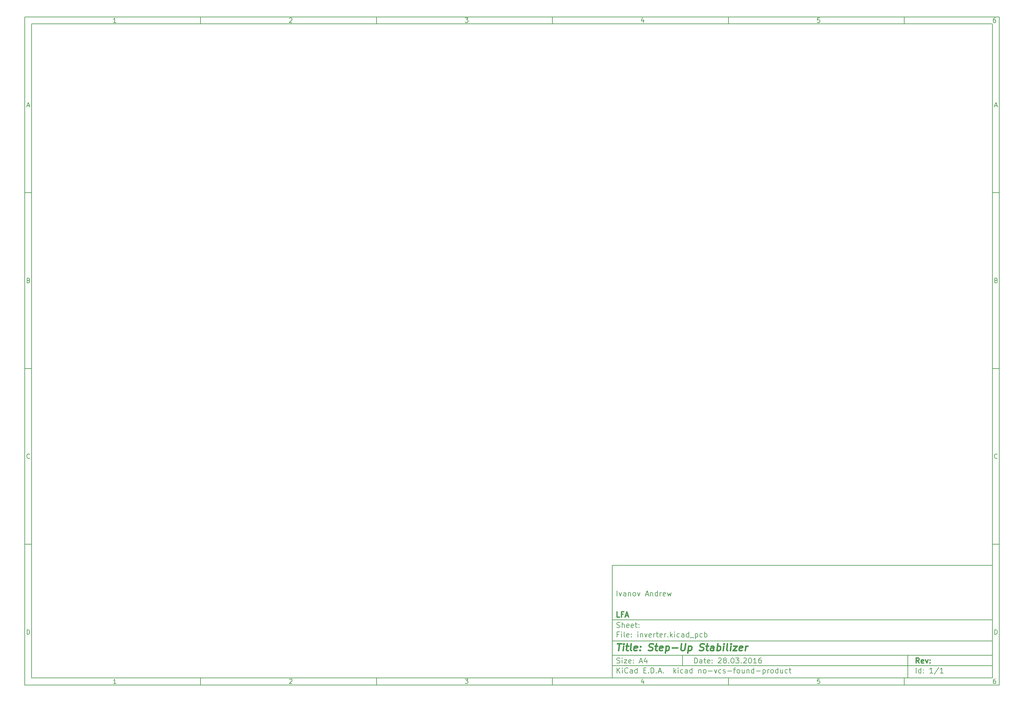
<source format=gbr>
G04 #@! TF.FileFunction,Other,User*
%FSLAX46Y46*%
G04 Gerber Fmt 4.6, Leading zero omitted, Abs format (unit mm)*
G04 Created by KiCad (PCBNEW no-vcs-found-product) date Вт 05 июл 2016 14:43:35*
%MOMM*%
G01*
G04 APERTURE LIST*
%ADD10C,0.100000*%
%ADD11C,0.150000*%
%ADD12C,0.300000*%
%ADD13C,0.400000*%
G04 APERTURE END LIST*
D10*
D11*
X177002200Y-166007200D02*
X177002200Y-198007200D01*
X285002200Y-198007200D01*
X285002200Y-166007200D01*
X177002200Y-166007200D01*
D10*
D11*
X10000000Y-10000000D02*
X10000000Y-200007200D01*
X287002200Y-200007200D01*
X287002200Y-10000000D01*
X10000000Y-10000000D01*
D10*
D11*
X12000000Y-12000000D02*
X12000000Y-198007200D01*
X285002200Y-198007200D01*
X285002200Y-12000000D01*
X12000000Y-12000000D01*
D10*
D11*
X60000000Y-12000000D02*
X60000000Y-10000000D01*
D10*
D11*
X110000000Y-12000000D02*
X110000000Y-10000000D01*
D10*
D11*
X160000000Y-12000000D02*
X160000000Y-10000000D01*
D10*
D11*
X210000000Y-12000000D02*
X210000000Y-10000000D01*
D10*
D11*
X260000000Y-12000000D02*
X260000000Y-10000000D01*
D10*
D11*
X35990476Y-11588095D02*
X35247619Y-11588095D01*
X35619048Y-11588095D02*
X35619048Y-10288095D01*
X35495238Y-10473810D01*
X35371429Y-10597619D01*
X35247619Y-10659524D01*
D10*
D11*
X85247619Y-10411905D02*
X85309524Y-10350000D01*
X85433333Y-10288095D01*
X85742857Y-10288095D01*
X85866667Y-10350000D01*
X85928571Y-10411905D01*
X85990476Y-10535714D01*
X85990476Y-10659524D01*
X85928571Y-10845238D01*
X85185714Y-11588095D01*
X85990476Y-11588095D01*
D10*
D11*
X135185714Y-10288095D02*
X135990476Y-10288095D01*
X135557143Y-10783333D01*
X135742857Y-10783333D01*
X135866667Y-10845238D01*
X135928571Y-10907143D01*
X135990476Y-11030952D01*
X135990476Y-11340476D01*
X135928571Y-11464286D01*
X135866667Y-11526190D01*
X135742857Y-11588095D01*
X135371429Y-11588095D01*
X135247619Y-11526190D01*
X135185714Y-11464286D01*
D10*
D11*
X185866667Y-10721429D02*
X185866667Y-11588095D01*
X185557143Y-10226190D02*
X185247619Y-11154762D01*
X186052381Y-11154762D01*
D10*
D11*
X235928571Y-10288095D02*
X235309524Y-10288095D01*
X235247619Y-10907143D01*
X235309524Y-10845238D01*
X235433333Y-10783333D01*
X235742857Y-10783333D01*
X235866667Y-10845238D01*
X235928571Y-10907143D01*
X235990476Y-11030952D01*
X235990476Y-11340476D01*
X235928571Y-11464286D01*
X235866667Y-11526190D01*
X235742857Y-11588095D01*
X235433333Y-11588095D01*
X235309524Y-11526190D01*
X235247619Y-11464286D01*
D10*
D11*
X285866667Y-10288095D02*
X285619048Y-10288095D01*
X285495238Y-10350000D01*
X285433333Y-10411905D01*
X285309524Y-10597619D01*
X285247619Y-10845238D01*
X285247619Y-11340476D01*
X285309524Y-11464286D01*
X285371429Y-11526190D01*
X285495238Y-11588095D01*
X285742857Y-11588095D01*
X285866667Y-11526190D01*
X285928571Y-11464286D01*
X285990476Y-11340476D01*
X285990476Y-11030952D01*
X285928571Y-10907143D01*
X285866667Y-10845238D01*
X285742857Y-10783333D01*
X285495238Y-10783333D01*
X285371429Y-10845238D01*
X285309524Y-10907143D01*
X285247619Y-11030952D01*
D10*
D11*
X60000000Y-198007200D02*
X60000000Y-200007200D01*
D10*
D11*
X110000000Y-198007200D02*
X110000000Y-200007200D01*
D10*
D11*
X160000000Y-198007200D02*
X160000000Y-200007200D01*
D10*
D11*
X210000000Y-198007200D02*
X210000000Y-200007200D01*
D10*
D11*
X260000000Y-198007200D02*
X260000000Y-200007200D01*
D10*
D11*
X35990476Y-199595295D02*
X35247619Y-199595295D01*
X35619048Y-199595295D02*
X35619048Y-198295295D01*
X35495238Y-198481010D01*
X35371429Y-198604819D01*
X35247619Y-198666724D01*
D10*
D11*
X85247619Y-198419105D02*
X85309524Y-198357200D01*
X85433333Y-198295295D01*
X85742857Y-198295295D01*
X85866667Y-198357200D01*
X85928571Y-198419105D01*
X85990476Y-198542914D01*
X85990476Y-198666724D01*
X85928571Y-198852438D01*
X85185714Y-199595295D01*
X85990476Y-199595295D01*
D10*
D11*
X135185714Y-198295295D02*
X135990476Y-198295295D01*
X135557143Y-198790533D01*
X135742857Y-198790533D01*
X135866667Y-198852438D01*
X135928571Y-198914343D01*
X135990476Y-199038152D01*
X135990476Y-199347676D01*
X135928571Y-199471486D01*
X135866667Y-199533390D01*
X135742857Y-199595295D01*
X135371429Y-199595295D01*
X135247619Y-199533390D01*
X135185714Y-199471486D01*
D10*
D11*
X185866667Y-198728629D02*
X185866667Y-199595295D01*
X185557143Y-198233390D02*
X185247619Y-199161962D01*
X186052381Y-199161962D01*
D10*
D11*
X235928571Y-198295295D02*
X235309524Y-198295295D01*
X235247619Y-198914343D01*
X235309524Y-198852438D01*
X235433333Y-198790533D01*
X235742857Y-198790533D01*
X235866667Y-198852438D01*
X235928571Y-198914343D01*
X235990476Y-199038152D01*
X235990476Y-199347676D01*
X235928571Y-199471486D01*
X235866667Y-199533390D01*
X235742857Y-199595295D01*
X235433333Y-199595295D01*
X235309524Y-199533390D01*
X235247619Y-199471486D01*
D10*
D11*
X285866667Y-198295295D02*
X285619048Y-198295295D01*
X285495238Y-198357200D01*
X285433333Y-198419105D01*
X285309524Y-198604819D01*
X285247619Y-198852438D01*
X285247619Y-199347676D01*
X285309524Y-199471486D01*
X285371429Y-199533390D01*
X285495238Y-199595295D01*
X285742857Y-199595295D01*
X285866667Y-199533390D01*
X285928571Y-199471486D01*
X285990476Y-199347676D01*
X285990476Y-199038152D01*
X285928571Y-198914343D01*
X285866667Y-198852438D01*
X285742857Y-198790533D01*
X285495238Y-198790533D01*
X285371429Y-198852438D01*
X285309524Y-198914343D01*
X285247619Y-199038152D01*
D10*
D11*
X10000000Y-60000000D02*
X12000000Y-60000000D01*
D10*
D11*
X10000000Y-110000000D02*
X12000000Y-110000000D01*
D10*
D11*
X10000000Y-160000000D02*
X12000000Y-160000000D01*
D10*
D11*
X10690476Y-35216667D02*
X11309524Y-35216667D01*
X10566667Y-35588095D02*
X11000000Y-34288095D01*
X11433333Y-35588095D01*
D10*
D11*
X11092857Y-84907143D02*
X11278571Y-84969048D01*
X11340476Y-85030952D01*
X11402381Y-85154762D01*
X11402381Y-85340476D01*
X11340476Y-85464286D01*
X11278571Y-85526190D01*
X11154762Y-85588095D01*
X10659524Y-85588095D01*
X10659524Y-84288095D01*
X11092857Y-84288095D01*
X11216667Y-84350000D01*
X11278571Y-84411905D01*
X11340476Y-84535714D01*
X11340476Y-84659524D01*
X11278571Y-84783333D01*
X11216667Y-84845238D01*
X11092857Y-84907143D01*
X10659524Y-84907143D01*
D10*
D11*
X11402381Y-135464286D02*
X11340476Y-135526190D01*
X11154762Y-135588095D01*
X11030952Y-135588095D01*
X10845238Y-135526190D01*
X10721429Y-135402381D01*
X10659524Y-135278571D01*
X10597619Y-135030952D01*
X10597619Y-134845238D01*
X10659524Y-134597619D01*
X10721429Y-134473810D01*
X10845238Y-134350000D01*
X11030952Y-134288095D01*
X11154762Y-134288095D01*
X11340476Y-134350000D01*
X11402381Y-134411905D01*
D10*
D11*
X10659524Y-185588095D02*
X10659524Y-184288095D01*
X10969048Y-184288095D01*
X11154762Y-184350000D01*
X11278571Y-184473810D01*
X11340476Y-184597619D01*
X11402381Y-184845238D01*
X11402381Y-185030952D01*
X11340476Y-185278571D01*
X11278571Y-185402381D01*
X11154762Y-185526190D01*
X10969048Y-185588095D01*
X10659524Y-185588095D01*
D10*
D11*
X287002200Y-60000000D02*
X285002200Y-60000000D01*
D10*
D11*
X287002200Y-110000000D02*
X285002200Y-110000000D01*
D10*
D11*
X287002200Y-160000000D02*
X285002200Y-160000000D01*
D10*
D11*
X285692676Y-35216667D02*
X286311724Y-35216667D01*
X285568867Y-35588095D02*
X286002200Y-34288095D01*
X286435533Y-35588095D01*
D10*
D11*
X286095057Y-84907143D02*
X286280771Y-84969048D01*
X286342676Y-85030952D01*
X286404581Y-85154762D01*
X286404581Y-85340476D01*
X286342676Y-85464286D01*
X286280771Y-85526190D01*
X286156962Y-85588095D01*
X285661724Y-85588095D01*
X285661724Y-84288095D01*
X286095057Y-84288095D01*
X286218867Y-84350000D01*
X286280771Y-84411905D01*
X286342676Y-84535714D01*
X286342676Y-84659524D01*
X286280771Y-84783333D01*
X286218867Y-84845238D01*
X286095057Y-84907143D01*
X285661724Y-84907143D01*
D10*
D11*
X286404581Y-135464286D02*
X286342676Y-135526190D01*
X286156962Y-135588095D01*
X286033152Y-135588095D01*
X285847438Y-135526190D01*
X285723629Y-135402381D01*
X285661724Y-135278571D01*
X285599819Y-135030952D01*
X285599819Y-134845238D01*
X285661724Y-134597619D01*
X285723629Y-134473810D01*
X285847438Y-134350000D01*
X286033152Y-134288095D01*
X286156962Y-134288095D01*
X286342676Y-134350000D01*
X286404581Y-134411905D01*
D10*
D11*
X285661724Y-185588095D02*
X285661724Y-184288095D01*
X285971248Y-184288095D01*
X286156962Y-184350000D01*
X286280771Y-184473810D01*
X286342676Y-184597619D01*
X286404581Y-184845238D01*
X286404581Y-185030952D01*
X286342676Y-185278571D01*
X286280771Y-185402381D01*
X286156962Y-185526190D01*
X285971248Y-185588095D01*
X285661724Y-185588095D01*
D10*
D11*
X200359343Y-193785771D02*
X200359343Y-192285771D01*
X200716486Y-192285771D01*
X200930771Y-192357200D01*
X201073629Y-192500057D01*
X201145057Y-192642914D01*
X201216486Y-192928629D01*
X201216486Y-193142914D01*
X201145057Y-193428629D01*
X201073629Y-193571486D01*
X200930771Y-193714343D01*
X200716486Y-193785771D01*
X200359343Y-193785771D01*
X202502200Y-193785771D02*
X202502200Y-193000057D01*
X202430771Y-192857200D01*
X202287914Y-192785771D01*
X202002200Y-192785771D01*
X201859343Y-192857200D01*
X202502200Y-193714343D02*
X202359343Y-193785771D01*
X202002200Y-193785771D01*
X201859343Y-193714343D01*
X201787914Y-193571486D01*
X201787914Y-193428629D01*
X201859343Y-193285771D01*
X202002200Y-193214343D01*
X202359343Y-193214343D01*
X202502200Y-193142914D01*
X203002200Y-192785771D02*
X203573629Y-192785771D01*
X203216486Y-192285771D02*
X203216486Y-193571486D01*
X203287914Y-193714343D01*
X203430772Y-193785771D01*
X203573629Y-193785771D01*
X204645057Y-193714343D02*
X204502200Y-193785771D01*
X204216486Y-193785771D01*
X204073629Y-193714343D01*
X204002200Y-193571486D01*
X204002200Y-193000057D01*
X204073629Y-192857200D01*
X204216486Y-192785771D01*
X204502200Y-192785771D01*
X204645057Y-192857200D01*
X204716486Y-193000057D01*
X204716486Y-193142914D01*
X204002200Y-193285771D01*
X205359343Y-193642914D02*
X205430771Y-193714343D01*
X205359343Y-193785771D01*
X205287914Y-193714343D01*
X205359343Y-193642914D01*
X205359343Y-193785771D01*
X205359343Y-192857200D02*
X205430771Y-192928629D01*
X205359343Y-193000057D01*
X205287914Y-192928629D01*
X205359343Y-192857200D01*
X205359343Y-193000057D01*
X207145057Y-192428629D02*
X207216486Y-192357200D01*
X207359343Y-192285771D01*
X207716486Y-192285771D01*
X207859343Y-192357200D01*
X207930772Y-192428629D01*
X208002200Y-192571486D01*
X208002200Y-192714343D01*
X207930772Y-192928629D01*
X207073629Y-193785771D01*
X208002200Y-193785771D01*
X208859343Y-192928629D02*
X208716485Y-192857200D01*
X208645057Y-192785771D01*
X208573628Y-192642914D01*
X208573628Y-192571486D01*
X208645057Y-192428629D01*
X208716485Y-192357200D01*
X208859343Y-192285771D01*
X209145057Y-192285771D01*
X209287914Y-192357200D01*
X209359343Y-192428629D01*
X209430771Y-192571486D01*
X209430771Y-192642914D01*
X209359343Y-192785771D01*
X209287914Y-192857200D01*
X209145057Y-192928629D01*
X208859343Y-192928629D01*
X208716485Y-193000057D01*
X208645057Y-193071486D01*
X208573628Y-193214343D01*
X208573628Y-193500057D01*
X208645057Y-193642914D01*
X208716485Y-193714343D01*
X208859343Y-193785771D01*
X209145057Y-193785771D01*
X209287914Y-193714343D01*
X209359343Y-193642914D01*
X209430771Y-193500057D01*
X209430771Y-193214343D01*
X209359343Y-193071486D01*
X209287914Y-193000057D01*
X209145057Y-192928629D01*
X210073628Y-193642914D02*
X210145056Y-193714343D01*
X210073628Y-193785771D01*
X210002199Y-193714343D01*
X210073628Y-193642914D01*
X210073628Y-193785771D01*
X211073628Y-192285771D02*
X211216485Y-192285771D01*
X211359342Y-192357200D01*
X211430771Y-192428629D01*
X211502200Y-192571486D01*
X211573628Y-192857200D01*
X211573628Y-193214343D01*
X211502200Y-193500057D01*
X211430771Y-193642914D01*
X211359342Y-193714343D01*
X211216485Y-193785771D01*
X211073628Y-193785771D01*
X210930771Y-193714343D01*
X210859342Y-193642914D01*
X210787914Y-193500057D01*
X210716485Y-193214343D01*
X210716485Y-192857200D01*
X210787914Y-192571486D01*
X210859342Y-192428629D01*
X210930771Y-192357200D01*
X211073628Y-192285771D01*
X212073628Y-192285771D02*
X213002199Y-192285771D01*
X212502199Y-192857200D01*
X212716485Y-192857200D01*
X212859342Y-192928629D01*
X212930771Y-193000057D01*
X213002199Y-193142914D01*
X213002199Y-193500057D01*
X212930771Y-193642914D01*
X212859342Y-193714343D01*
X212716485Y-193785771D01*
X212287913Y-193785771D01*
X212145056Y-193714343D01*
X212073628Y-193642914D01*
X213645056Y-193642914D02*
X213716484Y-193714343D01*
X213645056Y-193785771D01*
X213573627Y-193714343D01*
X213645056Y-193642914D01*
X213645056Y-193785771D01*
X214287913Y-192428629D02*
X214359342Y-192357200D01*
X214502199Y-192285771D01*
X214859342Y-192285771D01*
X215002199Y-192357200D01*
X215073628Y-192428629D01*
X215145056Y-192571486D01*
X215145056Y-192714343D01*
X215073628Y-192928629D01*
X214216485Y-193785771D01*
X215145056Y-193785771D01*
X216073627Y-192285771D02*
X216216484Y-192285771D01*
X216359341Y-192357200D01*
X216430770Y-192428629D01*
X216502199Y-192571486D01*
X216573627Y-192857200D01*
X216573627Y-193214343D01*
X216502199Y-193500057D01*
X216430770Y-193642914D01*
X216359341Y-193714343D01*
X216216484Y-193785771D01*
X216073627Y-193785771D01*
X215930770Y-193714343D01*
X215859341Y-193642914D01*
X215787913Y-193500057D01*
X215716484Y-193214343D01*
X215716484Y-192857200D01*
X215787913Y-192571486D01*
X215859341Y-192428629D01*
X215930770Y-192357200D01*
X216073627Y-192285771D01*
X218002198Y-193785771D02*
X217145055Y-193785771D01*
X217573627Y-193785771D02*
X217573627Y-192285771D01*
X217430770Y-192500057D01*
X217287912Y-192642914D01*
X217145055Y-192714343D01*
X219287912Y-192285771D02*
X219002198Y-192285771D01*
X218859341Y-192357200D01*
X218787912Y-192428629D01*
X218645055Y-192642914D01*
X218573626Y-192928629D01*
X218573626Y-193500057D01*
X218645055Y-193642914D01*
X218716483Y-193714343D01*
X218859341Y-193785771D01*
X219145055Y-193785771D01*
X219287912Y-193714343D01*
X219359341Y-193642914D01*
X219430769Y-193500057D01*
X219430769Y-193142914D01*
X219359341Y-193000057D01*
X219287912Y-192928629D01*
X219145055Y-192857200D01*
X218859341Y-192857200D01*
X218716483Y-192928629D01*
X218645055Y-193000057D01*
X218573626Y-193142914D01*
D10*
D11*
X177002200Y-194507200D02*
X285002200Y-194507200D01*
D10*
D11*
X178359343Y-196585771D02*
X178359343Y-195085771D01*
X179216486Y-196585771D02*
X178573629Y-195728629D01*
X179216486Y-195085771D02*
X178359343Y-195942914D01*
X179859343Y-196585771D02*
X179859343Y-195585771D01*
X179859343Y-195085771D02*
X179787914Y-195157200D01*
X179859343Y-195228629D01*
X179930771Y-195157200D01*
X179859343Y-195085771D01*
X179859343Y-195228629D01*
X181430772Y-196442914D02*
X181359343Y-196514343D01*
X181145057Y-196585771D01*
X181002200Y-196585771D01*
X180787915Y-196514343D01*
X180645057Y-196371486D01*
X180573629Y-196228629D01*
X180502200Y-195942914D01*
X180502200Y-195728629D01*
X180573629Y-195442914D01*
X180645057Y-195300057D01*
X180787915Y-195157200D01*
X181002200Y-195085771D01*
X181145057Y-195085771D01*
X181359343Y-195157200D01*
X181430772Y-195228629D01*
X182716486Y-196585771D02*
X182716486Y-195800057D01*
X182645057Y-195657200D01*
X182502200Y-195585771D01*
X182216486Y-195585771D01*
X182073629Y-195657200D01*
X182716486Y-196514343D02*
X182573629Y-196585771D01*
X182216486Y-196585771D01*
X182073629Y-196514343D01*
X182002200Y-196371486D01*
X182002200Y-196228629D01*
X182073629Y-196085771D01*
X182216486Y-196014343D01*
X182573629Y-196014343D01*
X182716486Y-195942914D01*
X184073629Y-196585771D02*
X184073629Y-195085771D01*
X184073629Y-196514343D02*
X183930772Y-196585771D01*
X183645058Y-196585771D01*
X183502200Y-196514343D01*
X183430772Y-196442914D01*
X183359343Y-196300057D01*
X183359343Y-195871486D01*
X183430772Y-195728629D01*
X183502200Y-195657200D01*
X183645058Y-195585771D01*
X183930772Y-195585771D01*
X184073629Y-195657200D01*
X185930772Y-195800057D02*
X186430772Y-195800057D01*
X186645058Y-196585771D02*
X185930772Y-196585771D01*
X185930772Y-195085771D01*
X186645058Y-195085771D01*
X187287915Y-196442914D02*
X187359343Y-196514343D01*
X187287915Y-196585771D01*
X187216486Y-196514343D01*
X187287915Y-196442914D01*
X187287915Y-196585771D01*
X188002201Y-196585771D02*
X188002201Y-195085771D01*
X188359344Y-195085771D01*
X188573629Y-195157200D01*
X188716487Y-195300057D01*
X188787915Y-195442914D01*
X188859344Y-195728629D01*
X188859344Y-195942914D01*
X188787915Y-196228629D01*
X188716487Y-196371486D01*
X188573629Y-196514343D01*
X188359344Y-196585771D01*
X188002201Y-196585771D01*
X189502201Y-196442914D02*
X189573629Y-196514343D01*
X189502201Y-196585771D01*
X189430772Y-196514343D01*
X189502201Y-196442914D01*
X189502201Y-196585771D01*
X190145058Y-196157200D02*
X190859344Y-196157200D01*
X190002201Y-196585771D02*
X190502201Y-195085771D01*
X191002201Y-196585771D01*
X191502201Y-196442914D02*
X191573629Y-196514343D01*
X191502201Y-196585771D01*
X191430772Y-196514343D01*
X191502201Y-196442914D01*
X191502201Y-196585771D01*
X194502201Y-196585771D02*
X194502201Y-195085771D01*
X194645058Y-196014343D02*
X195073629Y-196585771D01*
X195073629Y-195585771D02*
X194502201Y-196157200D01*
X195716487Y-196585771D02*
X195716487Y-195585771D01*
X195716487Y-195085771D02*
X195645058Y-195157200D01*
X195716487Y-195228629D01*
X195787915Y-195157200D01*
X195716487Y-195085771D01*
X195716487Y-195228629D01*
X197073630Y-196514343D02*
X196930773Y-196585771D01*
X196645059Y-196585771D01*
X196502201Y-196514343D01*
X196430773Y-196442914D01*
X196359344Y-196300057D01*
X196359344Y-195871486D01*
X196430773Y-195728629D01*
X196502201Y-195657200D01*
X196645059Y-195585771D01*
X196930773Y-195585771D01*
X197073630Y-195657200D01*
X198359344Y-196585771D02*
X198359344Y-195800057D01*
X198287915Y-195657200D01*
X198145058Y-195585771D01*
X197859344Y-195585771D01*
X197716487Y-195657200D01*
X198359344Y-196514343D02*
X198216487Y-196585771D01*
X197859344Y-196585771D01*
X197716487Y-196514343D01*
X197645058Y-196371486D01*
X197645058Y-196228629D01*
X197716487Y-196085771D01*
X197859344Y-196014343D01*
X198216487Y-196014343D01*
X198359344Y-195942914D01*
X199716487Y-196585771D02*
X199716487Y-195085771D01*
X199716487Y-196514343D02*
X199573630Y-196585771D01*
X199287916Y-196585771D01*
X199145058Y-196514343D01*
X199073630Y-196442914D01*
X199002201Y-196300057D01*
X199002201Y-195871486D01*
X199073630Y-195728629D01*
X199145058Y-195657200D01*
X199287916Y-195585771D01*
X199573630Y-195585771D01*
X199716487Y-195657200D01*
X201573630Y-195585771D02*
X201573630Y-196585771D01*
X201573630Y-195728629D02*
X201645058Y-195657200D01*
X201787916Y-195585771D01*
X202002201Y-195585771D01*
X202145058Y-195657200D01*
X202216487Y-195800057D01*
X202216487Y-196585771D01*
X203145059Y-196585771D02*
X203002201Y-196514343D01*
X202930773Y-196442914D01*
X202859344Y-196300057D01*
X202859344Y-195871486D01*
X202930773Y-195728629D01*
X203002201Y-195657200D01*
X203145059Y-195585771D01*
X203359344Y-195585771D01*
X203502201Y-195657200D01*
X203573630Y-195728629D01*
X203645059Y-195871486D01*
X203645059Y-196300057D01*
X203573630Y-196442914D01*
X203502201Y-196514343D01*
X203359344Y-196585771D01*
X203145059Y-196585771D01*
X204287916Y-196014343D02*
X205430773Y-196014343D01*
X206002202Y-195585771D02*
X206359345Y-196585771D01*
X206716487Y-195585771D01*
X207930773Y-196514343D02*
X207787916Y-196585771D01*
X207502202Y-196585771D01*
X207359344Y-196514343D01*
X207287916Y-196442914D01*
X207216487Y-196300057D01*
X207216487Y-195871486D01*
X207287916Y-195728629D01*
X207359344Y-195657200D01*
X207502202Y-195585771D01*
X207787916Y-195585771D01*
X207930773Y-195657200D01*
X208502201Y-196514343D02*
X208645058Y-196585771D01*
X208930773Y-196585771D01*
X209073630Y-196514343D01*
X209145058Y-196371486D01*
X209145058Y-196300057D01*
X209073630Y-196157200D01*
X208930773Y-196085771D01*
X208716487Y-196085771D01*
X208573630Y-196014343D01*
X208502201Y-195871486D01*
X208502201Y-195800057D01*
X208573630Y-195657200D01*
X208716487Y-195585771D01*
X208930773Y-195585771D01*
X209073630Y-195657200D01*
X209787916Y-196014343D02*
X210930773Y-196014343D01*
X211430773Y-195585771D02*
X212002202Y-195585771D01*
X211645059Y-196585771D02*
X211645059Y-195300057D01*
X211716487Y-195157200D01*
X211859345Y-195085771D01*
X212002202Y-195085771D01*
X212716488Y-196585771D02*
X212573630Y-196514343D01*
X212502202Y-196442914D01*
X212430773Y-196300057D01*
X212430773Y-195871486D01*
X212502202Y-195728629D01*
X212573630Y-195657200D01*
X212716488Y-195585771D01*
X212930773Y-195585771D01*
X213073630Y-195657200D01*
X213145059Y-195728629D01*
X213216488Y-195871486D01*
X213216488Y-196300057D01*
X213145059Y-196442914D01*
X213073630Y-196514343D01*
X212930773Y-196585771D01*
X212716488Y-196585771D01*
X214502202Y-195585771D02*
X214502202Y-196585771D01*
X213859345Y-195585771D02*
X213859345Y-196371486D01*
X213930773Y-196514343D01*
X214073631Y-196585771D01*
X214287916Y-196585771D01*
X214430773Y-196514343D01*
X214502202Y-196442914D01*
X215216488Y-195585771D02*
X215216488Y-196585771D01*
X215216488Y-195728629D02*
X215287916Y-195657200D01*
X215430774Y-195585771D01*
X215645059Y-195585771D01*
X215787916Y-195657200D01*
X215859345Y-195800057D01*
X215859345Y-196585771D01*
X217216488Y-196585771D02*
X217216488Y-195085771D01*
X217216488Y-196514343D02*
X217073631Y-196585771D01*
X216787917Y-196585771D01*
X216645059Y-196514343D01*
X216573631Y-196442914D01*
X216502202Y-196300057D01*
X216502202Y-195871486D01*
X216573631Y-195728629D01*
X216645059Y-195657200D01*
X216787917Y-195585771D01*
X217073631Y-195585771D01*
X217216488Y-195657200D01*
X217930774Y-196014343D02*
X219073631Y-196014343D01*
X219787917Y-195585771D02*
X219787917Y-197085771D01*
X219787917Y-195657200D02*
X219930774Y-195585771D01*
X220216488Y-195585771D01*
X220359345Y-195657200D01*
X220430774Y-195728629D01*
X220502203Y-195871486D01*
X220502203Y-196300057D01*
X220430774Y-196442914D01*
X220359345Y-196514343D01*
X220216488Y-196585771D01*
X219930774Y-196585771D01*
X219787917Y-196514343D01*
X221145060Y-196585771D02*
X221145060Y-195585771D01*
X221145060Y-195871486D02*
X221216488Y-195728629D01*
X221287917Y-195657200D01*
X221430774Y-195585771D01*
X221573631Y-195585771D01*
X222287917Y-196585771D02*
X222145059Y-196514343D01*
X222073631Y-196442914D01*
X222002202Y-196300057D01*
X222002202Y-195871486D01*
X222073631Y-195728629D01*
X222145059Y-195657200D01*
X222287917Y-195585771D01*
X222502202Y-195585771D01*
X222645059Y-195657200D01*
X222716488Y-195728629D01*
X222787917Y-195871486D01*
X222787917Y-196300057D01*
X222716488Y-196442914D01*
X222645059Y-196514343D01*
X222502202Y-196585771D01*
X222287917Y-196585771D01*
X224073631Y-196585771D02*
X224073631Y-195085771D01*
X224073631Y-196514343D02*
X223930774Y-196585771D01*
X223645060Y-196585771D01*
X223502202Y-196514343D01*
X223430774Y-196442914D01*
X223359345Y-196300057D01*
X223359345Y-195871486D01*
X223430774Y-195728629D01*
X223502202Y-195657200D01*
X223645060Y-195585771D01*
X223930774Y-195585771D01*
X224073631Y-195657200D01*
X225430774Y-195585771D02*
X225430774Y-196585771D01*
X224787917Y-195585771D02*
X224787917Y-196371486D01*
X224859345Y-196514343D01*
X225002203Y-196585771D01*
X225216488Y-196585771D01*
X225359345Y-196514343D01*
X225430774Y-196442914D01*
X226787917Y-196514343D02*
X226645060Y-196585771D01*
X226359346Y-196585771D01*
X226216488Y-196514343D01*
X226145060Y-196442914D01*
X226073631Y-196300057D01*
X226073631Y-195871486D01*
X226145060Y-195728629D01*
X226216488Y-195657200D01*
X226359346Y-195585771D01*
X226645060Y-195585771D01*
X226787917Y-195657200D01*
X227216488Y-195585771D02*
X227787917Y-195585771D01*
X227430774Y-195085771D02*
X227430774Y-196371486D01*
X227502202Y-196514343D01*
X227645060Y-196585771D01*
X227787917Y-196585771D01*
D10*
D11*
X177002200Y-191507200D02*
X285002200Y-191507200D01*
D10*
D12*
X264216486Y-193785771D02*
X263716486Y-193071486D01*
X263359343Y-193785771D02*
X263359343Y-192285771D01*
X263930771Y-192285771D01*
X264073629Y-192357200D01*
X264145057Y-192428629D01*
X264216486Y-192571486D01*
X264216486Y-192785771D01*
X264145057Y-192928629D01*
X264073629Y-193000057D01*
X263930771Y-193071486D01*
X263359343Y-193071486D01*
X265430771Y-193714343D02*
X265287914Y-193785771D01*
X265002200Y-193785771D01*
X264859343Y-193714343D01*
X264787914Y-193571486D01*
X264787914Y-193000057D01*
X264859343Y-192857200D01*
X265002200Y-192785771D01*
X265287914Y-192785771D01*
X265430771Y-192857200D01*
X265502200Y-193000057D01*
X265502200Y-193142914D01*
X264787914Y-193285771D01*
X266002200Y-192785771D02*
X266359343Y-193785771D01*
X266716485Y-192785771D01*
X267287914Y-193642914D02*
X267359342Y-193714343D01*
X267287914Y-193785771D01*
X267216485Y-193714343D01*
X267287914Y-193642914D01*
X267287914Y-193785771D01*
X267287914Y-192857200D02*
X267359342Y-192928629D01*
X267287914Y-193000057D01*
X267216485Y-192928629D01*
X267287914Y-192857200D01*
X267287914Y-193000057D01*
D10*
D11*
X178287914Y-193714343D02*
X178502200Y-193785771D01*
X178859343Y-193785771D01*
X179002200Y-193714343D01*
X179073629Y-193642914D01*
X179145057Y-193500057D01*
X179145057Y-193357200D01*
X179073629Y-193214343D01*
X179002200Y-193142914D01*
X178859343Y-193071486D01*
X178573629Y-193000057D01*
X178430771Y-192928629D01*
X178359343Y-192857200D01*
X178287914Y-192714343D01*
X178287914Y-192571486D01*
X178359343Y-192428629D01*
X178430771Y-192357200D01*
X178573629Y-192285771D01*
X178930771Y-192285771D01*
X179145057Y-192357200D01*
X179787914Y-193785771D02*
X179787914Y-192785771D01*
X179787914Y-192285771D02*
X179716485Y-192357200D01*
X179787914Y-192428629D01*
X179859342Y-192357200D01*
X179787914Y-192285771D01*
X179787914Y-192428629D01*
X180359343Y-192785771D02*
X181145057Y-192785771D01*
X180359343Y-193785771D01*
X181145057Y-193785771D01*
X182287914Y-193714343D02*
X182145057Y-193785771D01*
X181859343Y-193785771D01*
X181716486Y-193714343D01*
X181645057Y-193571486D01*
X181645057Y-193000057D01*
X181716486Y-192857200D01*
X181859343Y-192785771D01*
X182145057Y-192785771D01*
X182287914Y-192857200D01*
X182359343Y-193000057D01*
X182359343Y-193142914D01*
X181645057Y-193285771D01*
X183002200Y-193642914D02*
X183073628Y-193714343D01*
X183002200Y-193785771D01*
X182930771Y-193714343D01*
X183002200Y-193642914D01*
X183002200Y-193785771D01*
X183002200Y-192857200D02*
X183073628Y-192928629D01*
X183002200Y-193000057D01*
X182930771Y-192928629D01*
X183002200Y-192857200D01*
X183002200Y-193000057D01*
X184787914Y-193357200D02*
X185502200Y-193357200D01*
X184645057Y-193785771D02*
X185145057Y-192285771D01*
X185645057Y-193785771D01*
X186787914Y-192785771D02*
X186787914Y-193785771D01*
X186430771Y-192214343D02*
X186073628Y-193285771D01*
X187002200Y-193285771D01*
D10*
D11*
X263359343Y-196585771D02*
X263359343Y-195085771D01*
X264716486Y-196585771D02*
X264716486Y-195085771D01*
X264716486Y-196514343D02*
X264573629Y-196585771D01*
X264287915Y-196585771D01*
X264145057Y-196514343D01*
X264073629Y-196442914D01*
X264002200Y-196300057D01*
X264002200Y-195871486D01*
X264073629Y-195728629D01*
X264145057Y-195657200D01*
X264287915Y-195585771D01*
X264573629Y-195585771D01*
X264716486Y-195657200D01*
X265430772Y-196442914D02*
X265502200Y-196514343D01*
X265430772Y-196585771D01*
X265359343Y-196514343D01*
X265430772Y-196442914D01*
X265430772Y-196585771D01*
X265430772Y-195657200D02*
X265502200Y-195728629D01*
X265430772Y-195800057D01*
X265359343Y-195728629D01*
X265430772Y-195657200D01*
X265430772Y-195800057D01*
X268073629Y-196585771D02*
X267216486Y-196585771D01*
X267645058Y-196585771D02*
X267645058Y-195085771D01*
X267502201Y-195300057D01*
X267359343Y-195442914D01*
X267216486Y-195514343D01*
X269787914Y-195014343D02*
X268502200Y-196942914D01*
X271073629Y-196585771D02*
X270216486Y-196585771D01*
X270645058Y-196585771D02*
X270645058Y-195085771D01*
X270502201Y-195300057D01*
X270359343Y-195442914D01*
X270216486Y-195514343D01*
D10*
D11*
X177002200Y-187507200D02*
X285002200Y-187507200D01*
D10*
D13*
X178454581Y-188211962D02*
X179597438Y-188211962D01*
X178776010Y-190211962D02*
X179026010Y-188211962D01*
X180014105Y-190211962D02*
X180180771Y-188878629D01*
X180264105Y-188211962D02*
X180156962Y-188307200D01*
X180240295Y-188402438D01*
X180347439Y-188307200D01*
X180264105Y-188211962D01*
X180240295Y-188402438D01*
X180847438Y-188878629D02*
X181609343Y-188878629D01*
X181216486Y-188211962D02*
X181002200Y-189926248D01*
X181073630Y-190116724D01*
X181252201Y-190211962D01*
X181442677Y-190211962D01*
X182395058Y-190211962D02*
X182216487Y-190116724D01*
X182145057Y-189926248D01*
X182359343Y-188211962D01*
X183930772Y-190116724D02*
X183728391Y-190211962D01*
X183347439Y-190211962D01*
X183168867Y-190116724D01*
X183097438Y-189926248D01*
X183192676Y-189164343D01*
X183311724Y-188973867D01*
X183514105Y-188878629D01*
X183895057Y-188878629D01*
X184073629Y-188973867D01*
X184145057Y-189164343D01*
X184121248Y-189354819D01*
X183145057Y-189545295D01*
X184895057Y-190021486D02*
X184978392Y-190116724D01*
X184871248Y-190211962D01*
X184787915Y-190116724D01*
X184895057Y-190021486D01*
X184871248Y-190211962D01*
X185026010Y-188973867D02*
X185109344Y-189069105D01*
X185002200Y-189164343D01*
X184918867Y-189069105D01*
X185026010Y-188973867D01*
X185002200Y-189164343D01*
X187264106Y-190116724D02*
X187537916Y-190211962D01*
X188014106Y-190211962D01*
X188216487Y-190116724D01*
X188323629Y-190021486D01*
X188442678Y-189831010D01*
X188466487Y-189640533D01*
X188395058Y-189450057D01*
X188311725Y-189354819D01*
X188133153Y-189259581D01*
X187764106Y-189164343D01*
X187585535Y-189069105D01*
X187502201Y-188973867D01*
X187430772Y-188783390D01*
X187454582Y-188592914D01*
X187573629Y-188402438D01*
X187680773Y-188307200D01*
X187883154Y-188211962D01*
X188359344Y-188211962D01*
X188633154Y-188307200D01*
X189133153Y-188878629D02*
X189895058Y-188878629D01*
X189502201Y-188211962D02*
X189287915Y-189926248D01*
X189359345Y-190116724D01*
X189537916Y-190211962D01*
X189728392Y-190211962D01*
X191168868Y-190116724D02*
X190966487Y-190211962D01*
X190585535Y-190211962D01*
X190406963Y-190116724D01*
X190335534Y-189926248D01*
X190430772Y-189164343D01*
X190549820Y-188973867D01*
X190752201Y-188878629D01*
X191133153Y-188878629D01*
X191311725Y-188973867D01*
X191383153Y-189164343D01*
X191359344Y-189354819D01*
X190383153Y-189545295D01*
X192276010Y-188878629D02*
X192026010Y-190878629D01*
X192264106Y-188973867D02*
X192466487Y-188878629D01*
X192847439Y-188878629D01*
X193026011Y-188973867D01*
X193109344Y-189069105D01*
X193180772Y-189259581D01*
X193109344Y-189831010D01*
X192990296Y-190021486D01*
X192883154Y-190116724D01*
X192680773Y-190211962D01*
X192299821Y-190211962D01*
X192121249Y-190116724D01*
X194014106Y-189450057D02*
X195537916Y-189450057D01*
X196645058Y-188211962D02*
X196442677Y-189831010D01*
X196514106Y-190021486D01*
X196597440Y-190116724D01*
X196776011Y-190211962D01*
X197156963Y-190211962D01*
X197359344Y-190116724D01*
X197466487Y-190021486D01*
X197585535Y-189831010D01*
X197787916Y-188211962D01*
X198656962Y-188878629D02*
X198406962Y-190878629D01*
X198645058Y-188973867D02*
X198847439Y-188878629D01*
X199228391Y-188878629D01*
X199406963Y-188973867D01*
X199490296Y-189069105D01*
X199561724Y-189259581D01*
X199490296Y-189831010D01*
X199371248Y-190021486D01*
X199264106Y-190116724D01*
X199061725Y-190211962D01*
X198680773Y-190211962D01*
X198502201Y-190116724D01*
X201740297Y-190116724D02*
X202014107Y-190211962D01*
X202490297Y-190211962D01*
X202692678Y-190116724D01*
X202799820Y-190021486D01*
X202918869Y-189831010D01*
X202942678Y-189640533D01*
X202871249Y-189450057D01*
X202787916Y-189354819D01*
X202609344Y-189259581D01*
X202240297Y-189164343D01*
X202061726Y-189069105D01*
X201978392Y-188973867D01*
X201906963Y-188783390D01*
X201930773Y-188592914D01*
X202049820Y-188402438D01*
X202156964Y-188307200D01*
X202359345Y-188211962D01*
X202835535Y-188211962D01*
X203109345Y-188307200D01*
X203609344Y-188878629D02*
X204371249Y-188878629D01*
X203978392Y-188211962D02*
X203764106Y-189926248D01*
X203835536Y-190116724D01*
X204014107Y-190211962D01*
X204204583Y-190211962D01*
X205728392Y-190211962D02*
X205859344Y-189164343D01*
X205787916Y-188973867D01*
X205609344Y-188878629D01*
X205228392Y-188878629D01*
X205026011Y-188973867D01*
X205740297Y-190116724D02*
X205537916Y-190211962D01*
X205061726Y-190211962D01*
X204883154Y-190116724D01*
X204811725Y-189926248D01*
X204835535Y-189735771D01*
X204954582Y-189545295D01*
X205156964Y-189450057D01*
X205633154Y-189450057D01*
X205835535Y-189354819D01*
X206680773Y-190211962D02*
X206930773Y-188211962D01*
X206835535Y-188973867D02*
X207037916Y-188878629D01*
X207418868Y-188878629D01*
X207597440Y-188973867D01*
X207680773Y-189069105D01*
X207752201Y-189259581D01*
X207680773Y-189831010D01*
X207561725Y-190021486D01*
X207454583Y-190116724D01*
X207252202Y-190211962D01*
X206871250Y-190211962D01*
X206692678Y-190116724D01*
X208490297Y-190211962D02*
X208656963Y-188878629D01*
X208740297Y-188211962D02*
X208633154Y-188307200D01*
X208716487Y-188402438D01*
X208823631Y-188307200D01*
X208740297Y-188211962D01*
X208716487Y-188402438D01*
X209728393Y-190211962D02*
X209549822Y-190116724D01*
X209478392Y-189926248D01*
X209692678Y-188211962D01*
X210490297Y-190211962D02*
X210656963Y-188878629D01*
X210740297Y-188211962D02*
X210633154Y-188307200D01*
X210716487Y-188402438D01*
X210823631Y-188307200D01*
X210740297Y-188211962D01*
X210716487Y-188402438D01*
X211418868Y-188878629D02*
X212466487Y-188878629D01*
X211252202Y-190211962D01*
X212299821Y-190211962D01*
X213835536Y-190116724D02*
X213633155Y-190211962D01*
X213252203Y-190211962D01*
X213073631Y-190116724D01*
X213002202Y-189926248D01*
X213097440Y-189164343D01*
X213216488Y-188973867D01*
X213418869Y-188878629D01*
X213799821Y-188878629D01*
X213978393Y-188973867D01*
X214049821Y-189164343D01*
X214026012Y-189354819D01*
X213049821Y-189545295D01*
X214776012Y-190211962D02*
X214942678Y-188878629D01*
X214895059Y-189259581D02*
X215014108Y-189069105D01*
X215121251Y-188973867D01*
X215323631Y-188878629D01*
X215514107Y-188878629D01*
D10*
D11*
X178859343Y-185600057D02*
X178359343Y-185600057D01*
X178359343Y-186385771D02*
X178359343Y-184885771D01*
X179073629Y-184885771D01*
X179645057Y-186385771D02*
X179645057Y-185385771D01*
X179645057Y-184885771D02*
X179573628Y-184957200D01*
X179645057Y-185028629D01*
X179716485Y-184957200D01*
X179645057Y-184885771D01*
X179645057Y-185028629D01*
X180573629Y-186385771D02*
X180430771Y-186314343D01*
X180359343Y-186171486D01*
X180359343Y-184885771D01*
X181716485Y-186314343D02*
X181573628Y-186385771D01*
X181287914Y-186385771D01*
X181145057Y-186314343D01*
X181073628Y-186171486D01*
X181073628Y-185600057D01*
X181145057Y-185457200D01*
X181287914Y-185385771D01*
X181573628Y-185385771D01*
X181716485Y-185457200D01*
X181787914Y-185600057D01*
X181787914Y-185742914D01*
X181073628Y-185885771D01*
X182430771Y-186242914D02*
X182502199Y-186314343D01*
X182430771Y-186385771D01*
X182359342Y-186314343D01*
X182430771Y-186242914D01*
X182430771Y-186385771D01*
X182430771Y-185457200D02*
X182502199Y-185528629D01*
X182430771Y-185600057D01*
X182359342Y-185528629D01*
X182430771Y-185457200D01*
X182430771Y-185600057D01*
X184287914Y-186385771D02*
X184287914Y-185385771D01*
X184287914Y-184885771D02*
X184216485Y-184957200D01*
X184287914Y-185028629D01*
X184359342Y-184957200D01*
X184287914Y-184885771D01*
X184287914Y-185028629D01*
X185002200Y-185385771D02*
X185002200Y-186385771D01*
X185002200Y-185528629D02*
X185073628Y-185457200D01*
X185216486Y-185385771D01*
X185430771Y-185385771D01*
X185573628Y-185457200D01*
X185645057Y-185600057D01*
X185645057Y-186385771D01*
X186216486Y-185385771D02*
X186573629Y-186385771D01*
X186930771Y-185385771D01*
X188073628Y-186314343D02*
X187930771Y-186385771D01*
X187645057Y-186385771D01*
X187502200Y-186314343D01*
X187430771Y-186171486D01*
X187430771Y-185600057D01*
X187502200Y-185457200D01*
X187645057Y-185385771D01*
X187930771Y-185385771D01*
X188073628Y-185457200D01*
X188145057Y-185600057D01*
X188145057Y-185742914D01*
X187430771Y-185885771D01*
X188787914Y-186385771D02*
X188787914Y-185385771D01*
X188787914Y-185671486D02*
X188859342Y-185528629D01*
X188930771Y-185457200D01*
X189073628Y-185385771D01*
X189216485Y-185385771D01*
X189502199Y-185385771D02*
X190073628Y-185385771D01*
X189716485Y-184885771D02*
X189716485Y-186171486D01*
X189787913Y-186314343D01*
X189930771Y-186385771D01*
X190073628Y-186385771D01*
X191145056Y-186314343D02*
X191002199Y-186385771D01*
X190716485Y-186385771D01*
X190573628Y-186314343D01*
X190502199Y-186171486D01*
X190502199Y-185600057D01*
X190573628Y-185457200D01*
X190716485Y-185385771D01*
X191002199Y-185385771D01*
X191145056Y-185457200D01*
X191216485Y-185600057D01*
X191216485Y-185742914D01*
X190502199Y-185885771D01*
X191859342Y-186385771D02*
X191859342Y-185385771D01*
X191859342Y-185671486D02*
X191930770Y-185528629D01*
X192002199Y-185457200D01*
X192145056Y-185385771D01*
X192287913Y-185385771D01*
X192787913Y-186242914D02*
X192859341Y-186314343D01*
X192787913Y-186385771D01*
X192716484Y-186314343D01*
X192787913Y-186242914D01*
X192787913Y-186385771D01*
X193502199Y-186385771D02*
X193502199Y-184885771D01*
X193645056Y-185814343D02*
X194073627Y-186385771D01*
X194073627Y-185385771D02*
X193502199Y-185957200D01*
X194716485Y-186385771D02*
X194716485Y-185385771D01*
X194716485Y-184885771D02*
X194645056Y-184957200D01*
X194716485Y-185028629D01*
X194787913Y-184957200D01*
X194716485Y-184885771D01*
X194716485Y-185028629D01*
X196073628Y-186314343D02*
X195930771Y-186385771D01*
X195645057Y-186385771D01*
X195502199Y-186314343D01*
X195430771Y-186242914D01*
X195359342Y-186100057D01*
X195359342Y-185671486D01*
X195430771Y-185528629D01*
X195502199Y-185457200D01*
X195645057Y-185385771D01*
X195930771Y-185385771D01*
X196073628Y-185457200D01*
X197359342Y-186385771D02*
X197359342Y-185600057D01*
X197287913Y-185457200D01*
X197145056Y-185385771D01*
X196859342Y-185385771D01*
X196716485Y-185457200D01*
X197359342Y-186314343D02*
X197216485Y-186385771D01*
X196859342Y-186385771D01*
X196716485Y-186314343D01*
X196645056Y-186171486D01*
X196645056Y-186028629D01*
X196716485Y-185885771D01*
X196859342Y-185814343D01*
X197216485Y-185814343D01*
X197359342Y-185742914D01*
X198716485Y-186385771D02*
X198716485Y-184885771D01*
X198716485Y-186314343D02*
X198573628Y-186385771D01*
X198287914Y-186385771D01*
X198145056Y-186314343D01*
X198073628Y-186242914D01*
X198002199Y-186100057D01*
X198002199Y-185671486D01*
X198073628Y-185528629D01*
X198145056Y-185457200D01*
X198287914Y-185385771D01*
X198573628Y-185385771D01*
X198716485Y-185457200D01*
X199073628Y-186528629D02*
X200216485Y-186528629D01*
X200573628Y-185385771D02*
X200573628Y-186885771D01*
X200573628Y-185457200D02*
X200716485Y-185385771D01*
X201002199Y-185385771D01*
X201145056Y-185457200D01*
X201216485Y-185528629D01*
X201287914Y-185671486D01*
X201287914Y-186100057D01*
X201216485Y-186242914D01*
X201145056Y-186314343D01*
X201002199Y-186385771D01*
X200716485Y-186385771D01*
X200573628Y-186314343D01*
X202573628Y-186314343D02*
X202430771Y-186385771D01*
X202145057Y-186385771D01*
X202002199Y-186314343D01*
X201930771Y-186242914D01*
X201859342Y-186100057D01*
X201859342Y-185671486D01*
X201930771Y-185528629D01*
X202002199Y-185457200D01*
X202145057Y-185385771D01*
X202430771Y-185385771D01*
X202573628Y-185457200D01*
X203216485Y-186385771D02*
X203216485Y-184885771D01*
X203216485Y-185457200D02*
X203359342Y-185385771D01*
X203645056Y-185385771D01*
X203787913Y-185457200D01*
X203859342Y-185528629D01*
X203930771Y-185671486D01*
X203930771Y-186100057D01*
X203859342Y-186242914D01*
X203787913Y-186314343D01*
X203645056Y-186385771D01*
X203359342Y-186385771D01*
X203216485Y-186314343D01*
D10*
D11*
X177002200Y-181507200D02*
X285002200Y-181507200D01*
D10*
D11*
X178287914Y-183614343D02*
X178502200Y-183685771D01*
X178859343Y-183685771D01*
X179002200Y-183614343D01*
X179073629Y-183542914D01*
X179145057Y-183400057D01*
X179145057Y-183257200D01*
X179073629Y-183114343D01*
X179002200Y-183042914D01*
X178859343Y-182971486D01*
X178573629Y-182900057D01*
X178430771Y-182828629D01*
X178359343Y-182757200D01*
X178287914Y-182614343D01*
X178287914Y-182471486D01*
X178359343Y-182328629D01*
X178430771Y-182257200D01*
X178573629Y-182185771D01*
X178930771Y-182185771D01*
X179145057Y-182257200D01*
X179787914Y-183685771D02*
X179787914Y-182185771D01*
X180430771Y-183685771D02*
X180430771Y-182900057D01*
X180359342Y-182757200D01*
X180216485Y-182685771D01*
X180002200Y-182685771D01*
X179859342Y-182757200D01*
X179787914Y-182828629D01*
X181716485Y-183614343D02*
X181573628Y-183685771D01*
X181287914Y-183685771D01*
X181145057Y-183614343D01*
X181073628Y-183471486D01*
X181073628Y-182900057D01*
X181145057Y-182757200D01*
X181287914Y-182685771D01*
X181573628Y-182685771D01*
X181716485Y-182757200D01*
X181787914Y-182900057D01*
X181787914Y-183042914D01*
X181073628Y-183185771D01*
X183002199Y-183614343D02*
X182859342Y-183685771D01*
X182573628Y-183685771D01*
X182430771Y-183614343D01*
X182359342Y-183471486D01*
X182359342Y-182900057D01*
X182430771Y-182757200D01*
X182573628Y-182685771D01*
X182859342Y-182685771D01*
X183002199Y-182757200D01*
X183073628Y-182900057D01*
X183073628Y-183042914D01*
X182359342Y-183185771D01*
X183502199Y-182685771D02*
X184073628Y-182685771D01*
X183716485Y-182185771D02*
X183716485Y-183471486D01*
X183787913Y-183614343D01*
X183930771Y-183685771D01*
X184073628Y-183685771D01*
X184573628Y-183542914D02*
X184645056Y-183614343D01*
X184573628Y-183685771D01*
X184502199Y-183614343D01*
X184573628Y-183542914D01*
X184573628Y-183685771D01*
X184573628Y-182757200D02*
X184645056Y-182828629D01*
X184573628Y-182900057D01*
X184502199Y-182828629D01*
X184573628Y-182757200D01*
X184573628Y-182900057D01*
D10*
D12*
X179073629Y-180685771D02*
X178359343Y-180685771D01*
X178359343Y-179185771D01*
X180073629Y-179900057D02*
X179573629Y-179900057D01*
X179573629Y-180685771D02*
X179573629Y-179185771D01*
X180287915Y-179185771D01*
X180787914Y-180257200D02*
X181502200Y-180257200D01*
X180645057Y-180685771D02*
X181145057Y-179185771D01*
X181645057Y-180685771D01*
D10*
D11*
X178359343Y-174685771D02*
X178359343Y-173185771D01*
X178930772Y-173685771D02*
X179287915Y-174685771D01*
X179645057Y-173685771D01*
X180859343Y-174685771D02*
X180859343Y-173900057D01*
X180787914Y-173757200D01*
X180645057Y-173685771D01*
X180359343Y-173685771D01*
X180216486Y-173757200D01*
X180859343Y-174614343D02*
X180716486Y-174685771D01*
X180359343Y-174685771D01*
X180216486Y-174614343D01*
X180145057Y-174471486D01*
X180145057Y-174328629D01*
X180216486Y-174185771D01*
X180359343Y-174114343D01*
X180716486Y-174114343D01*
X180859343Y-174042914D01*
X181573629Y-173685771D02*
X181573629Y-174685771D01*
X181573629Y-173828629D02*
X181645057Y-173757200D01*
X181787915Y-173685771D01*
X182002200Y-173685771D01*
X182145057Y-173757200D01*
X182216486Y-173900057D01*
X182216486Y-174685771D01*
X183145058Y-174685771D02*
X183002200Y-174614343D01*
X182930772Y-174542914D01*
X182859343Y-174400057D01*
X182859343Y-173971486D01*
X182930772Y-173828629D01*
X183002200Y-173757200D01*
X183145058Y-173685771D01*
X183359343Y-173685771D01*
X183502200Y-173757200D01*
X183573629Y-173828629D01*
X183645058Y-173971486D01*
X183645058Y-174400057D01*
X183573629Y-174542914D01*
X183502200Y-174614343D01*
X183359343Y-174685771D01*
X183145058Y-174685771D01*
X184145058Y-173685771D02*
X184502201Y-174685771D01*
X184859343Y-173685771D01*
X186502200Y-174257200D02*
X187216486Y-174257200D01*
X186359343Y-174685771D02*
X186859343Y-173185771D01*
X187359343Y-174685771D01*
X187859343Y-173685771D02*
X187859343Y-174685771D01*
X187859343Y-173828629D02*
X187930771Y-173757200D01*
X188073629Y-173685771D01*
X188287914Y-173685771D01*
X188430771Y-173757200D01*
X188502200Y-173900057D01*
X188502200Y-174685771D01*
X189859343Y-174685771D02*
X189859343Y-173185771D01*
X189859343Y-174614343D02*
X189716486Y-174685771D01*
X189430772Y-174685771D01*
X189287914Y-174614343D01*
X189216486Y-174542914D01*
X189145057Y-174400057D01*
X189145057Y-173971486D01*
X189216486Y-173828629D01*
X189287914Y-173757200D01*
X189430772Y-173685771D01*
X189716486Y-173685771D01*
X189859343Y-173757200D01*
X190573629Y-174685771D02*
X190573629Y-173685771D01*
X190573629Y-173971486D02*
X190645057Y-173828629D01*
X190716486Y-173757200D01*
X190859343Y-173685771D01*
X191002200Y-173685771D01*
X192073628Y-174614343D02*
X191930771Y-174685771D01*
X191645057Y-174685771D01*
X191502200Y-174614343D01*
X191430771Y-174471486D01*
X191430771Y-173900057D01*
X191502200Y-173757200D01*
X191645057Y-173685771D01*
X191930771Y-173685771D01*
X192073628Y-173757200D01*
X192145057Y-173900057D01*
X192145057Y-174042914D01*
X191430771Y-174185771D01*
X192645057Y-173685771D02*
X192930771Y-174685771D01*
X193216485Y-173971486D01*
X193502200Y-174685771D01*
X193787914Y-173685771D01*
D10*
D11*
X197002200Y-191507200D02*
X197002200Y-194507200D01*
D10*
D11*
X261002200Y-191507200D02*
X261002200Y-198007200D01*
M02*

</source>
